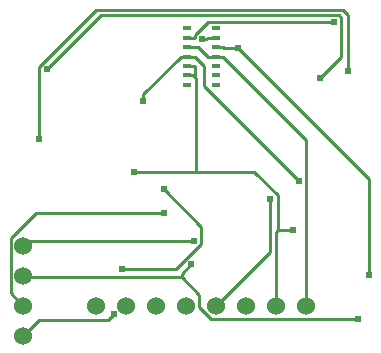
<source format=gbl>
G04 Layer: BottomLayer*
G04 EasyEDA v6.5.42, 2024-06-11 14:58:49*
G04 7db2e0652eb0440fb163e0b1e141f317,b485016a937d426fb03638db52ce050d,10*
G04 Gerber Generator version 0.2*
G04 Scale: 100 percent, Rotated: No, Reflected: No *
G04 Dimensions in millimeters *
G04 leading zeros omitted , absolute positions ,4 integer and 5 decimal *
%FSLAX45Y45*%
%MOMM*%

%AMMACRO1*21,1,$1,$2,0,0,$3*%
%ADD10C,0.2540*%
%ADD11MACRO1,0.7498X0.3503X0.0000*%
%ADD12MACRO1,0.7498X0.35X0.0000*%
%ADD13C,1.5240*%
%ADD14C,0.6100*%

%LPD*%
D10*
X6615049Y3683990D02*
G01*
X6745706Y3683990D01*
X6604000Y3043605D02*
G01*
X6604000Y3672941D01*
X6615049Y3683990D01*
X6615049Y3683990D02*
G01*
X6615049Y3980738D01*
X6413372Y4182414D01*
X5921984Y4182414D01*
X5921984Y4182414D02*
G01*
X5400649Y4182414D01*
X5921984Y4182414D02*
G01*
X5921984Y4974209D01*
X5899988Y4996205D01*
X5899988Y4996205D02*
G01*
X5881725Y4996205D01*
X5899988Y4996205D02*
G01*
X5914415Y4996205D01*
X5849010Y4996205D02*
G01*
X5881725Y4996205D01*
X5849010Y5076215D02*
G01*
X5914415Y5076215D01*
X5914415Y5076215D02*
G01*
X5914415Y4996205D01*
X4457700Y2794000D02*
G01*
X4591202Y2927502D01*
X5177510Y2927502D01*
X5227167Y2977159D01*
X6154394Y5156200D02*
G01*
X6858000Y4452594D01*
X6858000Y3043605D01*
X6088989Y5156200D02*
G01*
X6154394Y5156200D01*
X6056299Y5156200D02*
G01*
X6088989Y5156200D01*
X6056299Y5156200D02*
G01*
X6023584Y5156200D01*
X6023584Y5156200D02*
G01*
X5943574Y5236210D01*
X5849010Y5236210D01*
X5849010Y5156200D02*
G01*
X5914415Y5156200D01*
X5914415Y5156200D02*
G01*
X5994628Y5075986D01*
X5994628Y4903749D01*
X6796328Y4102049D01*
X5821349Y5156200D02*
G01*
X5849010Y5156200D01*
X5821349Y5156200D02*
G01*
X5793689Y5156200D01*
X5793689Y5156200D02*
G01*
X5475960Y4838471D01*
X5475960Y4783861D01*
X5801512Y3287039D02*
G01*
X5801512Y3316198D01*
X5881700Y3396386D01*
X7293279Y2932328D02*
G01*
X6048019Y2932328D01*
X5948349Y3031997D01*
X5948349Y3140202D01*
X5801512Y3287039D01*
X4457700Y3302000D02*
G01*
X4472660Y3287039D01*
X5801512Y3287039D01*
X6088989Y5316194D02*
G01*
X6023584Y5316194D01*
X6023584Y5316194D02*
G01*
X6010020Y5302630D01*
X5974816Y5302630D01*
X6278270Y5229402D02*
G01*
X7386878Y4120794D01*
X7386878Y3308350D01*
X6154394Y5236210D02*
G01*
X6161201Y5229402D01*
X6278270Y5229402D01*
X5903315Y3596792D02*
G01*
X4498492Y3596792D01*
X4457700Y3556000D01*
X6088989Y5236210D02*
G01*
X6154394Y5236210D01*
X5648909Y4031005D02*
G01*
X5968898Y3711016D01*
X5968898Y3569766D01*
X5756681Y3357549D01*
X5293461Y3357549D01*
X6096000Y3043605D02*
G01*
X6551447Y3499053D01*
X6551447Y3954322D01*
X5914415Y5316220D02*
G01*
X5914415Y5338927D01*
X6022975Y5447487D01*
X7091121Y5447487D01*
X5849010Y5316220D02*
G01*
X5914415Y5316220D01*
X4457700Y3048000D02*
G01*
X4353204Y3152495D01*
X4353204Y3618763D01*
X4569840Y3835400D01*
X5656097Y3835400D01*
X4596841Y4454525D02*
G01*
X4596841Y5068874D01*
X5078247Y5550280D01*
X7169150Y5550280D01*
X7212914Y5506516D01*
X7212914Y5031231D01*
X6975525Y4977892D02*
G01*
X7153808Y5156174D01*
X7153808Y5484723D01*
X7132396Y5506135D01*
X5121173Y5506135D01*
X4662195Y5047157D01*
D11*
G01*
X5849000Y4916208D03*
G01*
X5849000Y4996210D03*
D12*
G01*
X5849000Y5076210D03*
G01*
X5849000Y5156210D03*
D11*
G01*
X5849000Y5236222D03*
D12*
G01*
X5849000Y5316209D03*
G01*
X5849000Y5396209D03*
D11*
G01*
X6088999Y4916215D03*
G01*
X6088999Y4996215D03*
D12*
G01*
X6088999Y5076215D03*
G01*
X6088999Y5156210D03*
D11*
G01*
X6088999Y5236217D03*
D12*
G01*
X6088999Y5316207D03*
G01*
X6088999Y5396209D03*
D13*
G01*
X5080000Y3043605D03*
G01*
X5334000Y3043605D03*
G01*
X5588000Y3043605D03*
G01*
X5842000Y3043605D03*
G01*
X6096000Y3043605D03*
G01*
X6350000Y3043605D03*
G01*
X6604000Y3043605D03*
G01*
X6858000Y3043605D03*
G01*
X4457700Y3556000D03*
G01*
X4457700Y3302000D03*
G01*
X4457700Y3048000D03*
G01*
X4457700Y2794000D03*
D14*
G01*
X5400649Y4182414D03*
G01*
X6745706Y3683990D03*
G01*
X5227167Y2977159D03*
G01*
X6796328Y4102049D03*
G01*
X5475960Y4783861D03*
G01*
X5881700Y3396386D03*
G01*
X7293279Y2932328D03*
G01*
X5974816Y5302630D03*
G01*
X7386878Y3308350D03*
G01*
X5903315Y3596792D03*
G01*
X6278270Y5229402D03*
G01*
X5293461Y3357549D03*
G01*
X5648909Y4031005D03*
G01*
X6551447Y3954322D03*
G01*
X7091121Y5447487D03*
G01*
X5656097Y3835400D03*
G01*
X7212914Y5031231D03*
G01*
X4596841Y4454525D03*
G01*
X6975525Y4977892D03*
G01*
X4662195Y5047157D03*
M02*

</source>
